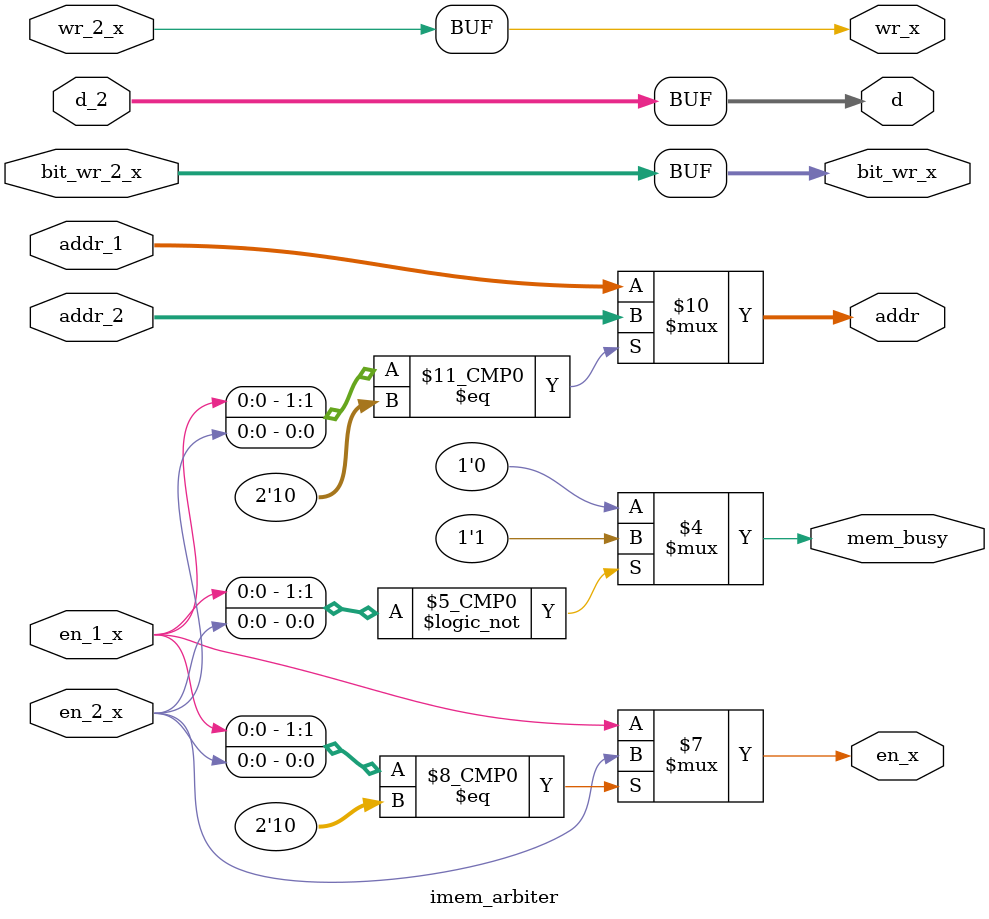
<source format=v>
`timescale 10ns/1ns

module imem_arbiter
#(
    parameter PORTW =  32,
    parameter ADDRWIDTH = 7)
(
    input[PORTW-1 : 0] d_2,
    output reg[PORTW-1 :0] d,

    input[ADDRWIDTH-1 :0] addr_1,
    input[ADDRWIDTH-1 :0] addr_2,
    output reg[ADDRWIDTH-1 :0] addr,

    input en_1_x,
    input en_2_x,
    output reg en_x,

    input wr_2_x,
    output reg wr_x,

    input[PORTW-1 : 0] bit_wr_2_x,
    output reg[PORTW-1 : 0] bit_wr_x,

    output reg mem_busy
);

  // comb
  // purpose: select which of the two candidates have access
  // to the control interface of the memory
  //
  // in case of simultaneous access, _1 has the privilige
  // type   : combinational
  // inputs :   d_a_1, d_a_2, addr_a_1. addr_a_2, en_a_1_x,
  //            en_a_2_x, wr_a_1_x. wr_a_2_x
  // outputs:   d_a, addr_a, en_a_x, wr_a_x

  always@(*)
  begin  // process select_access
    case({en_1_x,en_2_x})
      0:// simultaneous access: input 1 has access, busy set high
      begin
        addr     = addr_1;
        en_x     = en_1_x;
        mem_busy = 1'b1;
      end
      2:// input 2 has access
      begin
        addr     = addr_2;
        en_x     = en_2_x;
        mem_busy = 1'b0;
      end
      default:
      begin
        addr     = addr_1;
        en_x     = en_1_x;
        mem_busy = 1'b0;
      end
    endcase

    // instruction memory written only from outside the movecore,
    // thus, these external ports corresponding to writing the
    // memory are directly forwarded to memory
    d        = d_2;
    bit_wr_x = bit_wr_2_x;
    wr_x     = wr_2_x;
  end
  
endmodule

</source>
